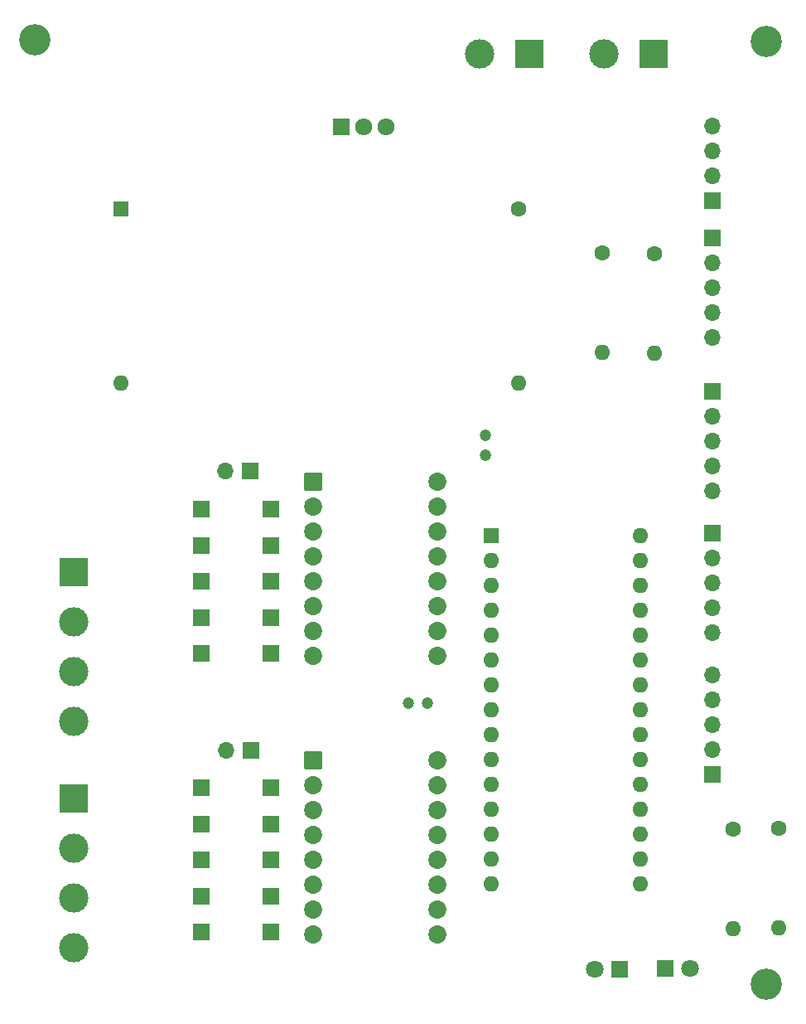
<source format=gbr>
%TF.GenerationSoftware,KiCad,Pcbnew,7.0.8*%
%TF.CreationDate,2024-03-19T23:20:07-04:00*%
%TF.ProjectId,TechDevPCB,54656368-4465-4765-9043-422e6b696361,rev?*%
%TF.SameCoordinates,Original*%
%TF.FileFunction,Soldermask,Bot*%
%TF.FilePolarity,Negative*%
%FSLAX46Y46*%
G04 Gerber Fmt 4.6, Leading zero omitted, Abs format (unit mm)*
G04 Created by KiCad (PCBNEW 7.0.8) date 2024-03-19 23:20:07*
%MOMM*%
%LPD*%
G01*
G04 APERTURE LIST*
G04 Aperture macros list*
%AMRoundRect*
0 Rectangle with rounded corners*
0 $1 Rounding radius*
0 $2 $3 $4 $5 $6 $7 $8 $9 X,Y pos of 4 corners*
0 Add a 4 corners polygon primitive as box body*
4,1,4,$2,$3,$4,$5,$6,$7,$8,$9,$2,$3,0*
0 Add four circle primitives for the rounded corners*
1,1,$1+$1,$2,$3*
1,1,$1+$1,$4,$5*
1,1,$1+$1,$6,$7*
1,1,$1+$1,$8,$9*
0 Add four rect primitives between the rounded corners*
20,1,$1+$1,$2,$3,$4,$5,0*
20,1,$1+$1,$4,$5,$6,$7,0*
20,1,$1+$1,$6,$7,$8,$9,0*
20,1,$1+$1,$8,$9,$2,$3,0*%
G04 Aperture macros list end*
%ADD10C,1.600000*%
%ADD11O,1.600000X1.600000*%
%ADD12R,1.700000X1.700000*%
%ADD13R,3.000000X3.000000*%
%ADD14C,3.000000*%
%ADD15O,1.700000X1.700000*%
%ADD16R,1.717500X1.800000*%
%ADD17O,1.717500X1.800000*%
%ADD18C,1.200000*%
%ADD19C,3.200000*%
%ADD20RoundRect,0.102000X-0.825000X-0.825000X0.825000X-0.825000X0.825000X0.825000X-0.825000X0.825000X0*%
%ADD21C,1.854000*%
%ADD22R,1.600000X1.600000*%
%ADD23R,1.800000X1.800000*%
%ADD24C,1.800000*%
G04 APERTURE END LIST*
D10*
%TO.C,R2*%
X167640000Y-65049400D03*
D11*
X167640000Y-75209400D03*
%TD*%
D12*
%TO.C,J26*%
X126669800Y-123317000D03*
%TD*%
D13*
%TO.C,J2*%
X172897800Y-44704000D03*
D14*
X167817800Y-44704000D03*
%TD*%
D12*
%TO.C,J6*%
X178866800Y-63500000D03*
D15*
X178866800Y-66040000D03*
X178866800Y-68580000D03*
X178866800Y-71120000D03*
X178866800Y-73660000D03*
%TD*%
D16*
%TO.C,Q1*%
X140970000Y-52120800D03*
D17*
X143260000Y-52120800D03*
X145550000Y-52120800D03*
%TD*%
D12*
%TO.C,J31*%
X133781800Y-130683000D03*
%TD*%
D18*
%TO.C,C1*%
X155702000Y-83667600D03*
X155702000Y-85667600D03*
%TD*%
D12*
%TO.C,J30*%
X126669800Y-130683000D03*
%TD*%
%TO.C,J8*%
X178866800Y-79121000D03*
D15*
X178866800Y-81661000D03*
X178866800Y-84201000D03*
X178866800Y-86741000D03*
X178866800Y-89281000D03*
%TD*%
D18*
%TO.C,C2*%
X149783800Y-110998000D03*
X147783800Y-110998000D03*
%TD*%
D12*
%TO.C,J18*%
X126669800Y-102235000D03*
%TD*%
D13*
%TO.C,J12*%
X113614200Y-120726200D03*
D14*
X113614200Y-125806200D03*
X113614200Y-130886200D03*
X113614200Y-135966200D03*
%TD*%
D12*
%TO.C,J25*%
X133781800Y-127000000D03*
%TD*%
%TO.C,J21*%
X133781800Y-105918000D03*
%TD*%
%TO.C,J22*%
X126669800Y-119634000D03*
%TD*%
%TO.C,J13*%
X133781800Y-91186000D03*
%TD*%
%TO.C,J20*%
X126669800Y-105918000D03*
%TD*%
%TO.C,J19*%
X133781800Y-102235000D03*
%TD*%
%TO.C,J11*%
X126669800Y-91186000D03*
%TD*%
%TO.C,J5*%
X131749800Y-115824000D03*
D15*
X129209800Y-115824000D03*
%TD*%
D19*
%TO.C,H1*%
X184404000Y-139659900D03*
%TD*%
%TO.C,H2*%
X184378600Y-43383200D03*
%TD*%
D12*
%TO.C,J16*%
X126669800Y-98552000D03*
%TD*%
D19*
%TO.C,H3*%
X109615698Y-43270898D03*
%TD*%
D20*
%TO.C,U2*%
X138099800Y-116840000D03*
D21*
X138099800Y-119380000D03*
X138099800Y-121920000D03*
X138099800Y-124460000D03*
X138099800Y-127000000D03*
X138099800Y-129540000D03*
X138099800Y-132080000D03*
X138099800Y-134620000D03*
X150799800Y-134620000D03*
X150799800Y-132080000D03*
X150799800Y-129540000D03*
X150799800Y-127000000D03*
X150799800Y-124460000D03*
X150799800Y-121920000D03*
X150799800Y-119380000D03*
X150799800Y-116840000D03*
%TD*%
D12*
%TO.C,J10*%
X178866800Y-118237000D03*
D15*
X178866800Y-115697000D03*
X178866800Y-113157000D03*
X178866800Y-110617000D03*
X178866800Y-108077000D03*
%TD*%
D22*
%TO.C,U3*%
X118392400Y-60539100D03*
D11*
X159032400Y-78319100D03*
X118392400Y-78319100D03*
D10*
X159032400Y-60539100D03*
%TD*%
D23*
%TO.C,D1*%
X174015400Y-138049000D03*
D24*
X176555400Y-138049000D03*
%TD*%
D12*
%TO.C,J9*%
X178866800Y-93599000D03*
D15*
X178866800Y-96139000D03*
X178866800Y-98679000D03*
X178866800Y-101219000D03*
X178866800Y-103759000D03*
%TD*%
D10*
%TO.C,R1*%
X172923200Y-65100200D03*
D11*
X172923200Y-75260200D03*
%TD*%
D13*
%TO.C,J4*%
X113563400Y-97637600D03*
D14*
X113563400Y-102717600D03*
X113563400Y-107797600D03*
X113563400Y-112877600D03*
%TD*%
D13*
%TO.C,J1*%
X160197800Y-44704000D03*
D14*
X155117800Y-44704000D03*
%TD*%
D12*
%TO.C,J7*%
X178866800Y-59690000D03*
D15*
X178866800Y-57150000D03*
X178866800Y-54610000D03*
X178866800Y-52070000D03*
%TD*%
D12*
%TO.C,J17*%
X133781800Y-98552000D03*
%TD*%
%TO.C,J14*%
X126669800Y-94869000D03*
%TD*%
D22*
%TO.C,A1*%
X156260800Y-93853000D03*
D11*
X156260800Y-96393000D03*
X156260800Y-98933000D03*
X156260800Y-101473000D03*
X156260800Y-104013000D03*
X156260800Y-106553000D03*
X156260800Y-109093000D03*
X156260800Y-111633000D03*
X156260800Y-114173000D03*
X156260800Y-116713000D03*
X156260800Y-119253000D03*
X156260800Y-121793000D03*
X156260800Y-124333000D03*
X156260800Y-126873000D03*
X156260800Y-129413000D03*
X171500800Y-129413000D03*
X171500800Y-126873000D03*
X171500800Y-124333000D03*
X171500800Y-121793000D03*
X171500800Y-119253000D03*
X171500800Y-116713000D03*
X171500800Y-114173000D03*
X171500800Y-111633000D03*
X171500800Y-109093000D03*
X171500800Y-106553000D03*
X171500800Y-104013000D03*
X171500800Y-101473000D03*
X171500800Y-98933000D03*
X171500800Y-96393000D03*
X171500800Y-93853000D03*
%TD*%
D12*
%TO.C,J28*%
X126669800Y-134366000D03*
%TD*%
D10*
%TO.C,R3*%
X180975000Y-123850400D03*
D11*
X180975000Y-134010400D03*
%TD*%
D12*
%TO.C,J3*%
X131622800Y-87249000D03*
D15*
X129082800Y-87249000D03*
%TD*%
D12*
%TO.C,J27*%
X133781800Y-123317000D03*
%TD*%
%TO.C,J29*%
X133781800Y-134366000D03*
%TD*%
D23*
%TO.C,D2*%
X169392600Y-138176000D03*
D24*
X166852600Y-138176000D03*
%TD*%
D20*
%TO.C,U1*%
X138099800Y-88392000D03*
D21*
X138099800Y-90932000D03*
X138099800Y-93472000D03*
X138099800Y-96012000D03*
X138099800Y-98552000D03*
X138099800Y-101092000D03*
X138099800Y-103632000D03*
X138099800Y-106172000D03*
X150799800Y-106172000D03*
X150799800Y-103632000D03*
X150799800Y-101092000D03*
X150799800Y-98552000D03*
X150799800Y-96012000D03*
X150799800Y-93472000D03*
X150799800Y-90932000D03*
X150799800Y-88392000D03*
%TD*%
D12*
%TO.C,J23*%
X133781800Y-119634000D03*
%TD*%
D10*
%TO.C,R4*%
X185674000Y-123799600D03*
D11*
X185674000Y-133959600D03*
%TD*%
D12*
%TO.C,J15*%
X133781800Y-94869000D03*
%TD*%
%TO.C,J24*%
X126669800Y-127000000D03*
%TD*%
M02*

</source>
